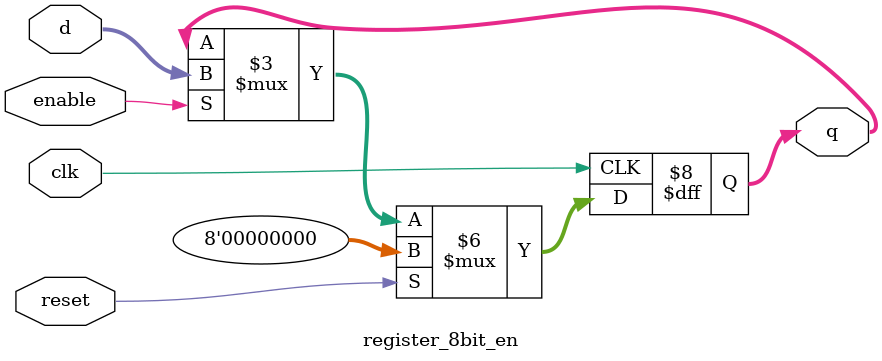
<source format=v>
module register_8bit_en (
    input wire clk,
    input wire reset,
    input wire enable,
    input wire [7:0] d,
    output reg [7:0] q
);

always @(posedge clk) begin
    if (reset)
        q <= 8'b00000000;
    else if (enable)
        q <= d;
    else
        q <= q;
end

endmodule

</source>
